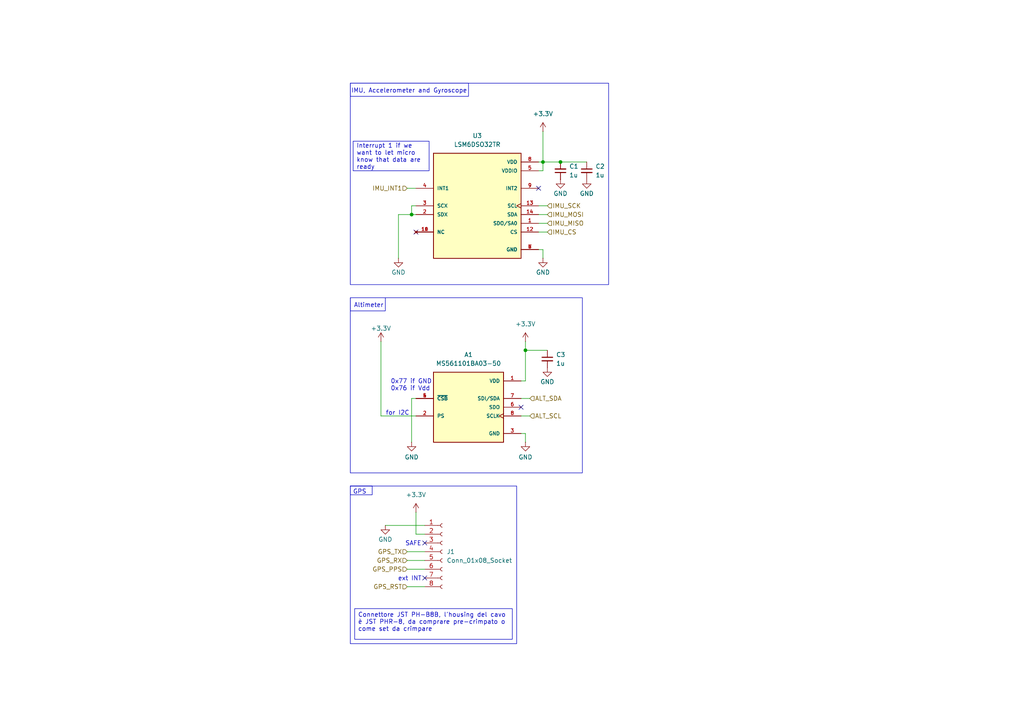
<source format=kicad_sch>
(kicad_sch (version 20250114) (generator "eeschema") (generator_version "9.0")
  (paper "A4")
  (lib_symbols
    (symbol "Connector:Conn_01x08_Socket" (pin_names (offset 1.016) (hide yes))
      (property "Reference" "J" (at 0 10.16 0))
      (property "Value" "Conn_01x08_Socket" (at 0 -12.7 0))
      (symbol "Conn_01x08_Socket_1_1"
        (polyline (pts (xy -1.27 7.62) (xy -0.508 7.62)) (stroke (width 0.1524)))
        (polyline (pts (xy -1.27 5.08) (xy -0.508 5.08)) (stroke (width 0.1524)))
        (polyline (pts (xy -1.27 2.54) (xy -0.508 2.54)) (stroke (width 0.1524)))
        (polyline (pts (xy -1.27 0) (xy -0.508 0)) (stroke (width 0.1524)))
        (polyline (pts (xy -1.27 -2.54) (xy -0.508 -2.54)) (stroke (width 0.1524)))
        (polyline (pts (xy -1.27 -5.08) (xy -0.508 -5.08)) (stroke (width 0.1524)))
        (polyline (pts (xy -1.27 -7.62) (xy -0.508 -7.62)) (stroke (width 0.1524)))
        (polyline (pts (xy -1.27 -10.16) (xy -0.508 -10.16)) (stroke (width 0.1524)))
        (arc (start 0 7.112) (mid -0.5058 7.62) (end 0 8.128) (stroke (width 0.1524)))
        (arc (start 0 4.572) (mid -0.5058 5.08) (end 0 5.588) (stroke (width 0.1524)))
        (arc (start 0 2.032) (mid -0.5058 2.54) (end 0 3.048) (stroke (width 0.1524)))
        (arc (start 0 -0.508) (mid -0.5058 0) (end 0 0.508) (stroke (width 0.1524)))
        (arc (start 0 -3.048) (mid -0.5058 -2.54) (end 0 -2.032) (stroke (width 0.1524)))
        (arc (start 0 -5.588) (mid -0.5058 -5.08) (end 0 -4.572) (stroke (width 0.1524)))
        (arc (start 0 -8.128) (mid -0.5058 -7.62) (end 0 -7.112) (stroke (width 0.1524)))
        (arc (start 0 -10.668) (mid -0.5058 -10.16) (end 0 -9.652) (stroke (width 0.1524)))
        (pin passive line (at -5.08 7.62 0) (length 3.81) (name "Pin_1") (number "1"))
        (pin passive line (at -5.08 5.08 0) (length 3.81) (name "Pin_2") (number "2"))
        (pin passive line (at -5.08 2.54 0) (length 3.81) (name "Pin_3") (number "3"))
        (pin passive line (at -5.08 0 0) (length 3.81) (name "Pin_4") (number "4"))
        (pin passive line (at -5.08 -2.54 0) (length 3.81) (name "Pin_5") (number "5"))
        (pin passive line (at -5.08 -5.08 0) (length 3.81) (name "Pin_6") (number "6"))
        (pin passive line (at -5.08 -7.62 0) (length 3.81) (name "Pin_7") (number "7"))
        (pin passive line (at -5.08 -10.16 0) (length 3.81) (name "Pin_8") (number "8"))
      )
    )
    (symbol "Device:C_Small" (pin_numbers (hide yes)) (pin_names (offset 0.254) (hide yes))
      (property "Reference" "C" (at 0.254 1.778 0))
      (property "Value" "C_Small" (at 0.254 -2.032 0))
      (symbol "C_Small_0_1"
        (polyline (pts (xy -1.524 0.508) (xy 1.524 0.508)) (stroke (width 0.3048)))
        (polyline (pts (xy -1.524 -0.508) (xy 1.524 -0.508)) (stroke (width 0.3302)))
      )
      (symbol "C_Small_1_1"
        (pin passive line (at 0 2.54 270) (length 2.032) (name "~") (number "1"))
        (pin passive line (at 0 -2.54 90) (length 2.032) (name "~") (number "2"))
      )
    )
    (symbol "LSM6DSO32TR:LSM6DSO32TR" (pin_names (offset 1.016))
      (property "Reference" "U" (at -12.7 16.002 0))
      (property "Value" "LSM6DSO32TR" (at -12.7 -17.78 0))
      (symbol "LSM6DSO32TR_0_0"
        (rectangle (start -12.7 -15.24) (end 12.7 15.24) (stroke (width 0.254)) (fill (type background)))
        (pin input line (at -17.78 5.08 0) (length 5.08) (name "INT1") (number "4"))
        (pin passive line (at -17.78 0 0) (length 5.08) (name "SCX") (number "3"))
        (pin passive line (at -17.78 -2.54 0) (length 5.08) (name "SDX") (number "2"))
        (pin no_connect line (at -17.78 -7.62 0) (length 5.08) (name "NC") (number "10"))
        (pin no_connect line (at -17.78 -7.62 0) (length 5.08) (name "NC") (number "11"))
        (pin power_in line (at 17.78 12.7 180) (length 5.08) (name "VDD") (number "8"))
        (pin power_in line (at 17.78 10.16 180) (length 5.08) (name "VDDIO") (number "5"))
        (pin output line (at 17.78 5.08 180) (length 5.08) (name "INT2") (number "9"))
        (pin input clock (at 17.78 0 180) (length 5.08) (name "SCL") (number "13"))
        (pin bidirectional line (at 17.78 -2.54 180) (length 5.08) (name "SDA") (number "14"))
        (pin bidirectional line (at 17.78 -5.08 180) (length 5.08) (name "SDO/SA0") (number "1"))
        (pin input line (at 17.78 -7.62 180) (length 5.08) (name "CS") (number "12"))
        (pin power_in line (at 17.78 -12.7 180) (length 5.08) (name "GND") (number "6"))
        (pin power_in line (at 17.78 -12.7 180) (length 5.08) (name "GND") (number "7"))
      )
    )
    (symbol "MS561101BA03-50:MS561101BA03-50" (pin_names (offset 1.016))
      (property "Reference" "A" (at -10.16 10.922 0))
      (property "Value" "MS561101BA03-50" (at -10.16 -12.7 0))
      (symbol "MS561101BA03-50_0_0"
        (rectangle (start -10.16 -10.16) (end 10.16 10.16) (stroke (width 0.254)) (fill (type background)))
        (pin input line (at -15.24 2.54 0) (length 5.08) (name "~{CSB}") (number "4"))
        (pin input line (at -15.24 2.54 0) (length 5.08) (name "~{CSB}") (number "5"))
        (pin input line (at -15.24 -2.54 0) (length 5.08) (name "PS") (number "2"))
        (pin power_in line (at 15.24 7.62 180) (length 5.08) (name "VDD") (number "1"))
        (pin bidirectional line (at 15.24 2.54 180) (length 5.08) (name "SDI/SDA") (number "7"))
        (pin output line (at 15.24 0 180) (length 5.08) (name "SDO") (number "6"))
        (pin input clock (at 15.24 -2.54 180) (length 5.08) (name "SCLK") (number "8"))
        (pin power_in line (at 15.24 -7.62 180) (length 5.08) (name "GND") (number "3"))
      )
    )
    (symbol "power:+3.3V" (power) (pin_numbers (hide yes)) (pin_names (offset 0) (hide yes))
      (property "Value" "+3.3V" (at 0 3.556 0))
      (symbol "+3.3V_0_1"
        (polyline (pts (xy -0.762 1.27) (xy 0 2.54)))
        (polyline (pts (xy 0 2.54) (xy 0.762 1.27)))
        (polyline (pts (xy 0 0) (xy 0 2.54)))
      )
      (symbol "+3.3V_1_1"
        (pin power_in line (at 0 0 90) (length 0) (name "~") (number "1"))
      )
    )
    (symbol "power:GND" (power) (pin_numbers (hide yes)) (pin_names (offset 0) (hide yes))
      (property "Value" "GND" (at 0 -3.81 0))
      (symbol "GND_0_1"
        (polyline (pts (xy 0 0) (xy 0 -1.27) (xy 1.27 -1.27) (xy 0 -2.54) (xy -1.27 -1.27) (xy 0 -1.27)))
      )
      (symbol "GND_1_1"
        (pin power_in line (at 0 0 270) (length 0) (name "~") (number "1"))
      )
    )
  )
  (rectangle (start 101.6 86.36) (end 111.76 90.17))
  (rectangle (start 101.6 140.97) (end 107.95 143.51))
  (rectangle (start 101.6 24.13) (end 135.89 27.94))
  (rectangle (start 101.6 86.36) (end 168.91 137.16))
  (rectangle (start 101.6 140.97) (end 149.86 186.69))
  (rectangle (start 101.6 24.13) (end 176.53 82.55))
  (text "Altimeter" (at 102.616 88.646 0) (effects (font (size 1.27 1.27)) (justify left)))
  (text "IMU, Accelerometer and Gyroscope" (at 101.854 26.416 0) (effects (font (size 1.27 1.27)) (justify left)))
  (text "for I2C" (at 115.316 119.888 0) (effects (font (size 1.27 1.27))))
  (text "ext INT" (at 118.872 167.894 0) (effects (font (size 1.27 1.27))))
  (text "0x77 if GND\n0x76 if Vdd" (at 113.284 111.76 0) (effects (font (size 1.27 1.27)) (justify left)))
  (text "SAFE" (at 119.888 157.734 0) (effects (font (size 1.27 1.27))))
  (text "GPS" (at 102.362 142.748 0) (effects (font (size 1.27 1.27)) (justify left)))
  (text_box "Connettore JST PH-B8B, l'housing del cavo è JST PHR-8, da comprare pre-crimpato o come set da crimpare" (at 102.87 176.53 0) (size 45.72 8.89) (margins 0.9525 0.9525 0.9525 0.9525) (effects (font (size 1.27 1.27)) (justify left top)))
  (text_box "Interrupt 1 if we want to let micro know that data are ready\n" (at 102.4256 40.952 0) (size 22.0344 8.578) (margins 0.9525 0.9525 0.9525 0.9525) (effects (font (size 1.27 1.27)) (justify left)))
  (junction (at 157.48 46.99))
  (junction (at 152.4 101.6))
  (junction (at 119.38 62.23))
  (junction (at 162.56 46.99))
  (no_connect (at 120.65 67.31))
  (no_connect (at 151.13 118.11))
  (no_connect (at 123.19 167.64))
  (no_connect (at 123.19 157.48))
  (no_connect (at 156.21 54.61))
  (wire (pts (xy 157.48 46.99) (xy 162.56 46.99)))
  (wire (pts (xy 157.48 46.99) (xy 157.48 49.53)))
  (wire (pts (xy 152.4 101.6) (xy 158.75 101.6)))
  (wire (pts (xy 152.4 99.06) (xy 152.4 101.6)))
  (wire (pts (xy 156.21 46.99) (xy 157.48 46.99)))
  (wire (pts (xy 156.21 67.31) (xy 158.75 67.31)))
  (wire (pts (xy 157.48 72.39) (xy 156.21 72.39)))
  (wire (pts (xy 153.67 120.65) (xy 151.13 120.65)))
  (wire (pts (xy 156.21 49.53) (xy 157.48 49.53)))
  (wire (pts (xy 119.38 115.57) (xy 120.65 115.57)))
  (wire (pts (xy 157.48 72.39) (xy 157.48 74.93)))
  (wire (pts (xy 156.21 62.23) (xy 158.75 62.23)))
  (wire (pts (xy 118.11 54.61) (xy 120.65 54.61)))
  (wire (pts (xy 118.11 162.56) (xy 123.19 162.56)))
  (wire (pts (xy 110.49 120.65) (xy 110.49 99.06)))
  (wire (pts (xy 120.65 154.94) (xy 120.65 148.59)))
  (wire (pts (xy 119.38 128.27) (xy 119.38 115.57)))
  (wire (pts (xy 118.11 160.02) (xy 123.19 160.02)))
  (wire (pts (xy 123.19 154.94) (xy 120.65 154.94)))
  (wire (pts (xy 118.11 170.18) (xy 123.19 170.18)))
  (wire (pts (xy 151.13 125.73) (xy 152.4 125.73)))
  (wire (pts (xy 110.49 120.65) (xy 120.65 120.65)))
  (wire (pts (xy 153.67 115.57) (xy 151.13 115.57)))
  (wire (pts (xy 119.38 62.23) (xy 120.65 62.23)))
  (wire (pts (xy 152.4 110.49) (xy 151.13 110.49)))
  (wire (pts (xy 156.21 64.77) (xy 158.75 64.77)))
  (wire (pts (xy 156.21 59.69) (xy 158.75 59.69)))
  (wire (pts (xy 118.11 165.1) (xy 123.19 165.1)))
  (wire (pts (xy 157.48 46.99) (xy 157.48 38.1)))
  (wire (pts (xy 120.65 59.69) (xy 119.38 59.69)))
  (wire (pts (xy 162.56 46.99) (xy 170.18 46.99)))
  (wire (pts (xy 119.38 59.69) (xy 119.38 62.23)))
  (wire (pts (xy 115.57 62.23) (xy 115.57 74.93)))
  (wire (pts (xy 111.76 152.4) (xy 123.19 152.4)))
  (wire (pts (xy 152.4 101.6) (xy 152.4 110.49)))
  (wire (pts (xy 152.4 125.73) (xy 152.4 128.27)))
  (wire (pts (xy 115.57 62.23) (xy 119.38 62.23)))
  (hierarchical_label "GPS_PPS" (shape input) (at 118.11 165.1 180))
  (hierarchical_label "ALT_SCL" (shape input) (at 153.67 120.65 0))
  (hierarchical_label "IMU_CS" (shape input) (at 158.75 67.31 0))
  (hierarchical_label "IMU_SCK" (shape input) (at 158.75 59.69 0))
  (hierarchical_label "IMU_MISO" (shape input) (at 158.75 64.77 0))
  (hierarchical_label "IMU_INT1" (shape input) (at 118.11 54.61 180))
  (hierarchical_label "IMU_MOSI" (shape input) (at 158.75 62.23 0))
  (hierarchical_label "GPS_RST" (shape input) (at 118.11 170.18 180))
  (hierarchical_label "GPS_RX" (shape input) (at 118.11 162.56 180))
  (hierarchical_label "ALT_SDA" (shape input) (at 153.67 115.57 0))
  (hierarchical_label "GPS_TX" (shape input) (at 118.11 160.02 180))
  (symbol (lib_id "power:+3.3V") (at 110.49 99.06 0) (unit 1)
    (property "Reference" "#PWR013" (effects (hide yes)))
    (property "Value" "+3.3V" (at 110.49 95.25 0))
    (property "Description" "Power symbol creates a global label with name \"+3.3V\"" (effects (hide yes)))
  )
  (symbol (lib_id "Device:C_Small") (at 170.18 49.53 0) (unit 1)
    (property "Reference" "C2" (at 172.72 48.2662 0) (effects (justify left)))
    (property "Value" "1u" (at 172.72 50.8062 0) (effects (justify left)))
    (property "Footprint" "Capacitor_SMD:C_0603_1608Metric_Pad1.08x0.95mm_HandSolder" (effects (hide yes)))
    (property "Description" "Unpolarized capacitor, small symbol" (effects (hide yes)))
  )
  (symbol (lib_id "power:+3.3V") (at 120.65 148.59 0) (unit 1)
    (property "Reference" "#PWR017" (effects (hide yes)))
    (property "Value" "+3.3V" (at 120.65 143.51 0))
    (property "Description" "Power symbol creates a global label with name \"+3.3V\"" (effects (hide yes)))
  )
  (symbol (lib_id "power:GND") (at 119.38 128.27 0) (unit 1)
    (property "Reference" "#PWR016" (effects (hide yes)))
    (property "Value" "GND" (at 119.38 132.588 0))
    (property "Description" "Power symbol creates a global label with name \"GND\" , ground" (effects (hide yes)))
  )
  (symbol (lib_id "power:GND") (at 152.4 128.27 0) (unit 1)
    (property "Reference" "#PWR019" (effects (hide yes)))
    (property "Value" "GND" (at 152.4 132.588 0))
    (property "Description" "Power symbol creates a global label with name \"GND\" , ground" (effects (hide yes)))
  )
  (symbol (lib_id "Device:C_Small") (at 162.56 49.53 180) (unit 1)
    (property "Reference" "C1" (at 165.1 48.2535 0) (effects (justify right)))
    (property "Value" "1u" (at 165.1 50.7935 0) (effects (justify right)))
    (property "Footprint" "Capacitor_SMD:C_0603_1608Metric_Pad1.08x0.95mm_HandSolder" (effects (hide yes)))
    (property "Description" "Unpolarized capacitor, small symbol" (effects (hide yes)))
  )
  (symbol (lib_id "power:GND") (at 157.48 74.93 0) (unit 1)
    (property "Reference" "#PWR021" (effects (hide yes)))
    (property "Value" "GND" (at 157.48 78.994 0))
    (property "Description" "Power symbol creates a global label with name \"GND\" , ground" (effects (hide yes)))
  )
  (symbol (lib_id "power:+3.3V") (at 152.4 99.06 0) (unit 1)
    (property "Reference" "#PWR018" (effects (hide yes)))
    (property "Value" "+3.3V" (at 152.4 93.98 0))
    (property "Description" "Power symbol creates a global label with name \"+3.3V\"" (effects (hide yes)))
  )
  (symbol (lib_id "power:GND") (at 111.76 152.4 0) (unit 1)
    (property "Reference" "#PWR014" (effects (hide yes)))
    (property "Value" "GND" (at 111.76 156.464 0))
    (property "Description" "Power symbol creates a global label with name \"GND\" , ground" (effects (hide yes)))
  )
  (symbol (lib_id "power:GND") (at 115.57 74.93 0) (unit 1)
    (property "Reference" "#PWR015" (effects (hide yes)))
    (property "Value" "GND" (at 115.57 78.994 0))
    (property "Description" "Power symbol creates a global label with name \"GND\" , ground" (effects (hide yes)))
  )
  (symbol (lib_id "power:+3.3V") (at 157.48 38.1 0) (unit 1)
    (property "Reference" "#PWR020" (effects (hide yes)))
    (property "Value" "+3.3V" (at 157.48 33.02 0))
    (property "Description" "Power symbol creates a global label with name \"+3.3V\"" (effects (hide yes)))
  )
  (symbol (lib_id "Device:C_Small") (at 158.75 104.14 0) (unit 1)
    (property "Reference" "C3" (at 161.29 102.8762 0) (effects (justify left)))
    (property "Value" "1u" (at 161.29 105.4162 0) (effects (justify left)))
    (property "Footprint" "Capacitor_SMD:C_0603_1608Metric_Pad1.08x0.95mm_HandSolder" (effects (hide yes)))
    (property "Description" "Unpolarized capacitor, small symbol" (effects (hide yes)))
  )
  (symbol (lib_id "power:GND") (at 162.56 52.07 0) (unit 1)
    (property "Reference" "#PWR023" (effects (hide yes)))
    (property "Value" "GND" (at 162.56 56.134 0))
    (property "Description" "Power symbol creates a global label with name \"GND\" , ground" (effects (hide yes)))
  )
  (symbol (lib_id "power:GND") (at 158.75 106.68 0) (unit 1)
    (property "Reference" "#PWR022" (effects (hide yes)))
    (property "Value" "GND" (at 158.75 110.744 0))
    (property "Description" "Power symbol creates a global label with name \"GND\" , ground" (effects (hide yes)))
  )
  (symbol (lib_id "power:GND") (at 170.18 52.07 0) (unit 1)
    (property "Reference" "#PWR024" (effects (hide yes)))
    (property "Value" "GND" (at 170.18 56.134 0))
    (property "Description" "Power symbol creates a global label with name \"GND\" , ground" (effects (hide yes)))
  )
  (symbol (lib_id "LSM6DSO32TR:LSM6DSO32TR") (at 138.43 59.69 0) (unit 1)
    (property "Reference" "U3" (at 138.43 39.37 0))
    (property "Value" "LSM6DSO32TR" (at 138.43 41.91 0))
    (property "Footprint" "Sensors:XDCR_LSM6DSO32TR" (effects (hide yes)))
    (property "DigiKey_Part_Number" "497-LSM6DSO32CT-ND" (effects (hide yes)))
    (property "SnapEDA_Link" "https://www.snapeda.com/parts/LSM6DSO32TR/STMicroelectronics/view-part/?ref=snap" (effects (hide yes)))
    (property "MAXIMUM_PACKAGE_HEIGHT" "0.86mm" (effects (hide yes)))
    (property "Package" "VFLGA-14 STMicroelectronics" (effects (hide yes)))
    (property "Check_prices" "https://www.snapeda.com/parts/LSM6DSO32TR/STMicroelectronics/view-part/?ref=eda" (effects (hide yes)))
    (property "STANDARD" "Manufacturer Recommendations" (effects (hide yes)))
    (property "PARTREV" "1" (effects (hide yes)))
    (property "MF" "STMicroelectronics" (effects (hide yes)))
    (property "MP" "LSM6DSO32TR" (effects (hide yes)))
    (property "Description_1" "Accelerometer, Gyroscope, Temperature, 6 Axis Sensor I2C, SPI Output" (effects (hide yes)))
    (property "MANUFACTURER" "STMicroelectronics" (effects (hide yes)))
  )
  (symbol (lib_id "MS561101BA03-50:MS561101BA03-50") (at 135.89 118.11 0) (unit 1)
    (property "Reference" "A1" (at 135.89 102.87 0))
    (property "Value" "MS561101BA03-50" (at 135.89 105.41 0))
    (property "Footprint" "Sensors:XDCR_MS561101BA03-50" (effects (hide yes)))
    (property "Comment" "MS561101BA03-50" (effects (hide yes)))
    (property "MF" "TE Connectivity" (effects (hide yes)))
    (property "MAXIMUM_PACKAGE_HEIGHT" "1.1mm" (effects (hide yes)))
    (property "Package" "SMD-8 Measurement Specialties" (effects (hide yes)))
    (property "Price" "None" (effects (hide yes)))
    (property "Check_prices" "https://www.snapeda.com/parts/MS561101BA03-50/TE+Connectivity+Alcoswitch+Switches/view-part/?ref=eda" (effects (hide yes)))
    (property "STANDARD" "Manufacturer Recommendations" (effects (hide yes)))
    (property "PARTREV" "06/2017" (effects (hide yes)))
    (property "SnapEDA_Link" "https://www.snapeda.com/parts/MS561101BA03-50/TE+Connectivity+Alcoswitch+Switches/view-part/?ref=snap" (effects (hide yes)))
    (property "MP" "MS561101BA03-50" (effects (hide yes)))
    (property "Description_1" "BAROMETRIC PRESSURE SENSOR" (effects (hide yes)))
    (property "Availability" "In Stock" (effects (hide yes)))
    (property "MANUFACTURER" "TE Connectivity" (effects (hide yes)))
  )
  (symbol (lib_id "Connector:Conn_01x08_Socket") (at 128.27 160.02 0) (unit 1)
    (property "Reference" "J1" (at 129.54 160.0199 0) (effects (justify left)))
    (property "Value" "Conn_01x08_Socket" (at 129.54 162.5599 0) (effects (justify left)))
    (property "Footprint" "Connector_JST:JST_PH_B8B-PH-K_1x08_P2.00mm_Vertical" (effects (hide yes)))
    (property "Description" "Generic connector, single row, 01x08, script generated" (effects (hide yes)))
  )
)
</source>
